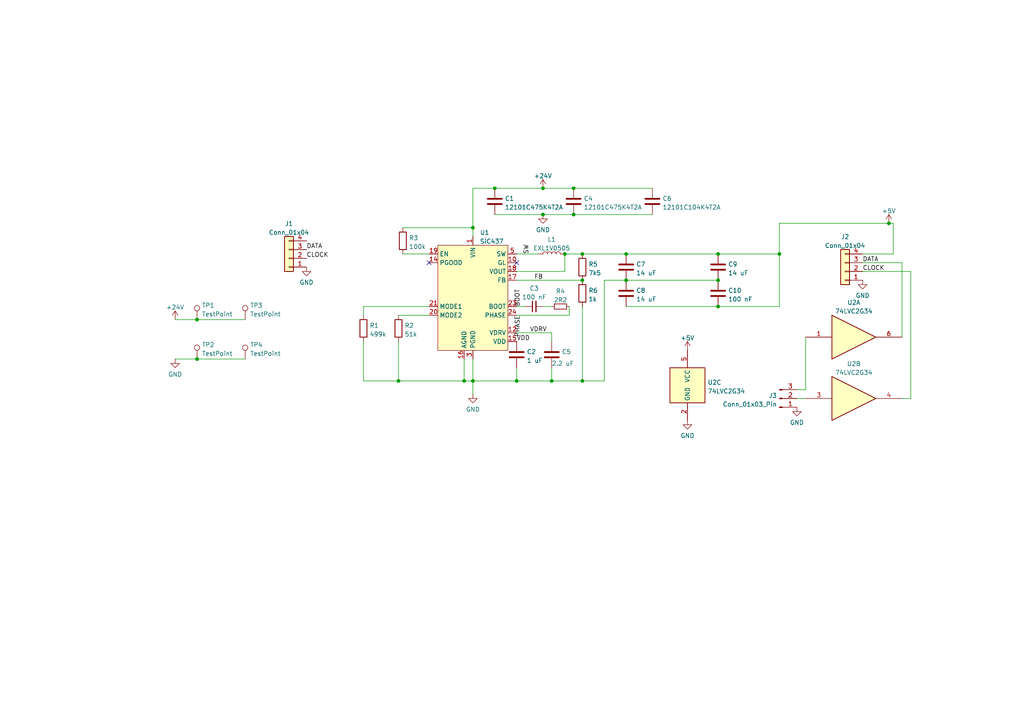
<source format=kicad_sch>
(kicad_sch (version 20211123) (generator eeschema)
  (paper "A4")
  (lib_symbols
    (symbol "74xGxx:74LVC2G34"
      (property "Reference" "U" (at 0 7.62 0))
      (property "Value" "74LVC2G34" (at 2.54 -7.62 0))
      (symbol "74LVC2G34_1_1"
        (polyline (pts (xy -7.62 6.35) (xy -7.62 -6.35) (xy 5.08 0) (xy -7.62 6.35)) (stroke (width 0.254)) (fill (type background)))
        (pin input line (at -15.24 0 0) (length 7.62) (name "~") (number "1"))
        (pin output line (at 12.7 0 180) (length 7.62) (name "~") (number "6"))
      )
      (symbol "74LVC2G34_2_1"
        (polyline (pts (xy -7.62 6.35) (xy -7.62 -6.35) (xy 5.08 0) (xy -7.62 6.35)) (stroke (width 0.254)) (fill (type background)))
        (pin input line (at -15.24 0 0) (length 7.62) (name "~") (number "3"))
        (pin output line (at 12.7 0 180) (length 7.62) (name "~") (number "4"))
      )
      (symbol "74LVC2G34_3_0"
        (rectangle (start -5.08 -5.08) (end 5.08 5.08) (stroke (width 0.254)) (fill (type background)))
      )
      (symbol "74LVC2G34_3_1"
        (pin power_in line (at 0 -10.16 90) (length 5.08) (name "GND") (number "2"))
        (pin power_in line (at 0 10.16 270) (length 5.08) (name "VCC") (number "5"))
      )
    )
    (symbol "Connector:Conn_01x03_Pin" (pin_names (offset 1.016) hide)
      (property "Reference" "J" (at 0 5.08 0))
      (property "Value" "Conn_01x03_Pin" (at 0 -5.08 0))
      (symbol "Conn_01x03_Pin_1_1"
        (polyline (pts (xy 1.27 -2.54) (xy 0.8636 -2.54)) (stroke (width 0.1524)))
        (polyline (pts (xy 1.27 0) (xy 0.8636 0)) (stroke (width 0.1524)))
        (polyline (pts (xy 1.27 2.54) (xy 0.8636 2.54)) (stroke (width 0.1524)))
        (rectangle (start 0.8636 -2.413) (end 0 -2.667) (stroke (width 0.1524)) (fill (type outline)))
        (rectangle (start 0.8636 0.127) (end 0 -0.127) (stroke (width 0.1524)) (fill (type outline)))
        (rectangle (start 0.8636 2.667) (end 0 2.413) (stroke (width 0.1524)) (fill (type outline)))
        (pin passive line (at 5.08 2.54 180) (length 3.81) (name "Pin_1") (number "1"))
        (pin passive line (at 5.08 0 180) (length 3.81) (name "Pin_2") (number "2"))
        (pin passive line (at 5.08 -2.54 180) (length 3.81) (name "Pin_3") (number "3"))
      )
    )
    (symbol "Connector:TestPoint" (pin_numbers hide) (pin_names (offset 0.762) hide)
      (property "Reference" "TP" (at 0 6.858 0))
      (property "Value" "TestPoint" (at 0 5.08 0))
      (symbol "TestPoint_0_1"
        (circle (center 0 3.302) (radius 0.762))
      )
      (symbol "TestPoint_1_1"
        (pin passive line (at 0 0 90) (length 2.54) (name "1") (number "1"))
      )
    )
    (symbol "Connector_Generic:Conn_01x04" (pin_names (offset 1.016) hide)
      (property "Reference" "J" (at 0 5.08 0))
      (property "Value" "Conn_01x04" (at 0 -7.62 0))
      (symbol "Conn_01x04_1_1"
        (rectangle (start -1.27 -4.953) (end 0 -5.207) (stroke (width 0.1524)))
        (rectangle (start -1.27 -2.413) (end 0 -2.667) (stroke (width 0.1524)))
        (rectangle (start -1.27 0.127) (end 0 -0.127) (stroke (width 0.1524)))
        (rectangle (start -1.27 2.667) (end 0 2.413) (stroke (width 0.1524)))
        (rectangle (start -1.27 3.81) (end 1.27 -6.35) (stroke (width 0.254)) (fill (type background)))
        (pin passive line (at -5.08 2.54 0) (length 3.81) (name "Pin_1") (number "1"))
        (pin passive line (at -5.08 0 0) (length 3.81) (name "Pin_2") (number "2"))
        (pin passive line (at -5.08 -2.54 0) (length 3.81) (name "Pin_3") (number "3"))
        (pin passive line (at -5.08 -5.08 0) (length 3.81) (name "Pin_4") (number "4"))
      )
    )
    (symbol "Device:C" (pin_numbers hide) (pin_names (offset 0.254))
      (property "Reference" "C" (at 0.635 2.54 0))
      (property "Value" "C" (at 0.635 -2.54 0))
      (symbol "C_0_1"
        (polyline (pts (xy -2.032 -0.762) (xy 2.032 -0.762)) (stroke (width 0.508)))
        (polyline (pts (xy -2.032 0.762) (xy 2.032 0.762)) (stroke (width 0.508)))
      )
      (symbol "C_1_1"
        (pin passive line (at 0 3.81 270) (length 2.794) (name "~") (number "1"))
        (pin passive line (at 0 -3.81 90) (length 2.794) (name "~") (number "2"))
      )
    )
    (symbol "Device:C_Small" (pin_numbers hide) (pin_names (offset 0.254) hide)
      (property "Reference" "C" (at 0.254 1.778 0))
      (property "Value" "C_Small" (at 0.254 -2.032 0))
      (symbol "C_Small_0_1"
        (polyline (pts (xy -1.524 -0.508) (xy 1.524 -0.508)) (stroke (width 0.3302)))
        (polyline (pts (xy -1.524 0.508) (xy 1.524 0.508)) (stroke (width 0.3048)))
      )
      (symbol "C_Small_1_1"
        (pin passive line (at 0 2.54 270) (length 2.032) (name "~") (number "1"))
        (pin passive line (at 0 -2.54 90) (length 2.032) (name "~") (number "2"))
      )
    )
    (symbol "Device:L" (pin_numbers hide) (pin_names (offset 1.016) hide)
      (property "Reference" "L" (at -1.27 0 90))
      (property "Value" "L" (at 1.905 0 90))
      (symbol "L_0_1"
        (arc (start 0 -2.54) (mid 0.635 -1.905) (end 0 -1.27))
        (arc (start 0 -1.27) (mid 0.635 -0.635) (end 0 0))
        (arc (start 0 0) (mid 0.635 0.635) (end 0 1.27))
        (arc (start 0 1.27) (mid 0.635 1.905) (end 0 2.54))
      )
      (symbol "L_1_1"
        (pin passive line (at 0 3.81 270) (length 1.27) (name "1") (number "1"))
        (pin passive line (at 0 -3.81 90) (length 1.27) (name "2") (number "2"))
      )
    )
    (symbol "Device:R" (pin_numbers hide) (pin_names (offset 0))
      (property "Reference" "R" (at 2.032 0 90))
      (property "Value" "R" (at 0 0 90))
      (symbol "R_0_1"
        (rectangle (start -1.016 -2.54) (end 1.016 2.54) (stroke (width 0.254)))
      )
      (symbol "R_1_1"
        (pin passive line (at 0 3.81 270) (length 1.27) (name "~") (number "1"))
        (pin passive line (at 0 -3.81 90) (length 1.27) (name "~") (number "2"))
      )
    )
    (symbol "Device:R_Small" (pin_numbers hide) (pin_names (offset 0.254) hide)
      (property "Reference" "R" (at 0.762 0.508 0))
      (property "Value" "R_Small" (at 0.762 -1.016 0))
      (symbol "R_Small_0_1"
        (rectangle (start -0.762 1.778) (end 0.762 -1.778) (stroke (width 0.2032)))
      )
      (symbol "R_Small_1_1"
        (pin passive line (at 0 2.54 270) (length 0.762) (name "~") (number "1"))
        (pin passive line (at 0 -2.54 90) (length 0.762) (name "~") (number "2"))
      )
    )
    (symbol "_mine:SiC437"
      (property "Reference" "U" (at 0 2.54 0))
      (property "Value" "SiC437" (at 0 0 0))
      (symbol "SiC437_0_1"
        (rectangle (start -10.16 15.24) (end 10.16 -15.24) (stroke (width 0.1524)) (fill (type background)))
      )
      (symbol "SiC437_1_1"
        (pin power_in line (at 0 17.78 270) (length 2.54) (name "VIN") (number "1"))
        (pin output line (at 12.7 10.16 180) (length 2.54) (name "GL") (number "10"))
        (pin output line (at 12.7 10.16 180) (length 2.54) hide (name "GL") (number "11"))
        (pin output line (at 12.7 -10.16 180) (length 2.54) (name "VDRV") (number "12"))
        (pin passive line (at 0 -17.78 90) (length 2.54) hide (name "PGND") (number "13"))
        (pin open_collector line (at -12.7 10.16 0) (length 2.54) (name "PGOOD") (number "14"))
        (pin output line (at 12.7 -12.7 180) (length 2.54) (name "VDD") (number "15"))
        (pin power_in line (at -2.54 -17.78 90) (length 2.54) (name "AGND") (number "16"))
        (pin input line (at 12.7 5.08 180) (length 2.54) (name "FB") (number "17"))
        (pin input line (at 12.7 7.62 180) (length 2.54) (name "VOUT") (number "18"))
        (pin input line (at -12.7 12.7 0) (length 2.54) (name "EN") (number "19"))
        (pin input line (at -12.7 -5.08 0) (length 2.54) (name "MODE2") (number "20"))
        (pin input line (at -12.7 -2.54 0) (length 2.54) (name "MODE1") (number "21"))
        (pin passive line (at 0 17.78 270) (length 2.54) hide (name "VIN") (number "22"))
        (pin output line (at 12.7 -2.54 180) (length 2.54) (name "BOOT") (number "23"))
        (pin input line (at 12.7 -5.08 180) (length 2.54) (name "PHASE") (number "24"))
        (pin passive line (at -2.54 -17.78 90) (length 2.54) hide (name "AGND") (number "25"))
        (pin output line (at 12.7 10.16 180) (length 2.54) hide (name "GL") (number "28"))
        (pin power_in line (at 0 -17.78 90) (length 2.54) (name "PGND") (number "3"))
        (pin output line (at 12.7 12.7 180) (length 2.54) (name "SW") (number "5"))
      )
    )
    (symbol "power:+24V" (power) (pin_names (offset 0))
      (property "Value" "+24V" (at 0 3.556 0))
      (symbol "+24V_0_1"
        (polyline (pts (xy -0.762 1.27) (xy 0 2.54)))
        (polyline (pts (xy 0 0) (xy 0 2.54)))
        (polyline (pts (xy 0 2.54) (xy 0.762 1.27)))
      )
      (symbol "+24V_1_1"
        (pin power_in line (at 0 0 90) (length 0) hide (name "+24V") (number "1"))
      )
    )
    (symbol "power:+5V" (power) (pin_names (offset 0))
      (property "Value" "+5V" (at 0 3.556 0))
      (symbol "+5V_0_1"
        (polyline (pts (xy -0.762 1.27) (xy 0 2.54)))
        (polyline (pts (xy 0 0) (xy 0 2.54)))
        (polyline (pts (xy 0 2.54) (xy 0.762 1.27)))
      )
      (symbol "+5V_1_1"
        (pin power_in line (at 0 0 90) (length 0) hide (name "+5V") (number "1"))
      )
    )
    (symbol "power:GND" (power) (pin_names (offset 0))
      (property "Value" "GND" (at 0 -3.81 0))
      (symbol "GND_0_1"
        (polyline (pts (xy 0 0) (xy 0 -1.27) (xy 1.27 -1.27) (xy 0 -2.54) (xy -1.27 -1.27) (xy 0 -1.27)))
      )
      (symbol "GND_1_1"
        (pin power_in line (at 0 0 270) (length 0) hide (name "GND") (number "1"))
      )
    )
  )
  (junction (at 168.91 73.66))
  (junction (at 143.51 54.61))
  (junction (at 226.06 73.66))
  (junction (at 208.28 81.28))
  (junction (at 208.28 88.9))
  (junction (at 157.48 54.61))
  (junction (at 57.15 92.71))
  (junction (at 163.83 73.66))
  (junction (at 166.37 54.61))
  (junction (at 168.91 110.49))
  (junction (at 137.16 110.49))
  (junction (at 208.28 73.66))
  (junction (at 181.61 81.28))
  (junction (at 137.16 66.04))
  (junction (at 149.86 110.49))
  (junction (at 57.15 104.14))
  (junction (at 157.48 62.23))
  (junction (at 166.37 62.23))
  (junction (at 115.57 110.49))
  (junction (at 134.62 110.49))
  (junction (at 181.61 73.66))
  (junction (at 168.91 81.28))
  (junction (at 160.02 110.49))
  (junction (at 257.81 64.77))
  (no_connect (at 149.86 76.2))
  (no_connect (at 124.46 76.2))
  (wire (pts (xy 250.19 78.74) (xy 264.16 78.74)))
  (wire (pts (xy 166.37 54.61) (xy 157.48 54.61)))
  (wire (pts (xy 105.41 88.9) (xy 105.41 91.44)))
  (wire (pts (xy 264.16 78.74) (xy 264.16 115.57)))
  (wire (pts (xy 137.16 66.04) (xy 116.84 66.04)))
  (wire (pts (xy 105.41 99.06) (xy 105.41 110.49)))
  (wire (pts (xy 160.02 110.49) (xy 168.91 110.49)))
  (wire (pts (xy 259.08 73.66) (xy 250.19 73.66)))
  (wire (pts (xy 168.91 88.9) (xy 168.91 110.49)))
  (wire (pts (xy 149.86 78.74) (xy 163.83 78.74)))
  (wire (pts (xy 257.81 64.77) (xy 259.08 64.77)))
  (wire (pts (xy 233.68 113.03) (xy 231.14 113.03)))
  (wire (pts (xy 226.06 73.66) (xy 226.06 64.77)))
  (wire (pts (xy 181.61 81.28) (xy 175.26 81.28)))
  (wire (pts (xy 181.61 73.66) (xy 208.28 73.66)))
  (wire (pts (xy 137.16 110.49) (xy 137.16 104.14)))
  (wire (pts (xy 175.26 81.28) (xy 175.26 110.49)))
  (wire (pts (xy 233.68 97.79) (xy 233.68 113.03)))
  (wire (pts (xy 137.16 54.61) (xy 143.51 54.61)))
  (wire (pts (xy 105.41 110.49) (xy 115.57 110.49)))
  (wire (pts (xy 149.86 91.44) (xy 165.1 91.44)))
  (wire (pts (xy 163.83 73.66) (xy 168.91 73.66)))
  (wire (pts (xy 134.62 110.49) (xy 137.16 110.49)))
  (wire (pts (xy 137.16 114.3) (xy 137.16 110.49)))
  (wire (pts (xy 181.61 88.9) (xy 208.28 88.9)))
  (wire (pts (xy 57.15 104.14) (xy 71.12 104.14)))
  (wire (pts (xy 143.51 54.61) (xy 157.48 54.61)))
  (wire (pts (xy 115.57 99.06) (xy 115.57 110.49)))
  (wire (pts (xy 160.02 110.49) (xy 160.02 106.68)))
  (wire (pts (xy 124.46 88.9) (xy 105.41 88.9)))
  (wire (pts (xy 175.26 110.49) (xy 168.91 110.49)))
  (wire (pts (xy 149.86 110.49) (xy 160.02 110.49)))
  (wire (pts (xy 160.02 96.52) (xy 160.02 99.06)))
  (wire (pts (xy 226.06 64.77) (xy 257.81 64.77)))
  (wire (pts (xy 181.61 81.28) (xy 208.28 81.28)))
  (wire (pts (xy 149.86 96.52) (xy 160.02 96.52)))
  (wire (pts (xy 259.08 64.77) (xy 259.08 73.66)))
  (wire (pts (xy 208.28 88.9) (xy 226.06 88.9)))
  (wire (pts (xy 149.86 73.66) (xy 156.21 73.66)))
  (wire (pts (xy 143.51 62.23) (xy 157.48 62.23)))
  (wire (pts (xy 137.16 110.49) (xy 149.86 110.49)))
  (wire (pts (xy 137.16 68.58) (xy 137.16 66.04)))
  (wire (pts (xy 165.1 91.44) (xy 165.1 88.9)))
  (wire (pts (xy 50.8 104.14) (xy 57.15 104.14)))
  (wire (pts (xy 208.28 73.66) (xy 226.06 73.66)))
  (wire (pts (xy 261.62 76.2) (xy 250.19 76.2)))
  (wire (pts (xy 166.37 62.23) (xy 189.23 62.23)))
  (wire (pts (xy 163.83 78.74) (xy 163.83 73.66)))
  (wire (pts (xy 166.37 54.61) (xy 189.23 54.61)))
  (wire (pts (xy 264.16 115.57) (xy 261.62 115.57)))
  (wire (pts (xy 261.62 97.79) (xy 261.62 76.2)))
  (wire (pts (xy 226.06 73.66) (xy 226.06 88.9)))
  (wire (pts (xy 115.57 91.44) (xy 124.46 91.44)))
  (wire (pts (xy 134.62 110.49) (xy 134.62 104.14)))
  (wire (pts (xy 149.86 110.49) (xy 149.86 106.68)))
  (wire (pts (xy 160.02 88.9) (xy 157.48 88.9)))
  (wire (pts (xy 57.15 92.71) (xy 71.12 92.71)))
  (wire (pts (xy 137.16 54.61) (xy 137.16 66.04)))
  (wire (pts (xy 149.86 88.9) (xy 152.4 88.9)))
  (wire (pts (xy 166.37 62.23) (xy 157.48 62.23)))
  (wire (pts (xy 149.86 81.28) (xy 168.91 81.28)))
  (wire (pts (xy 168.91 73.66) (xy 181.61 73.66)))
  (wire (pts (xy 116.84 73.66) (xy 124.46 73.66)))
  (wire (pts (xy 115.57 110.49) (xy 134.62 110.49)))
  (wire (pts (xy 50.8 92.71) (xy 57.15 92.71)))
  (wire (pts (xy 231.14 115.57) (xy 233.68 115.57)))
  (label "DATA" (at 250.19 76.2 0))
  (label "FB" (at 154.94 81.28 0))
  (label "CLOCK" (at 88.9 74.93 0))
  (label "PHASE" (at 151.13 91.44 270))
  (label "DATA" (at 88.9 72.39 0))
  (label "CLOCK" (at 250.19 78.74 0))
  (label "SW" (at 153.67 73.66 90))
  (label "VDD" (at 149.86 99.06 0))
  (label "BOOT" (at 151.13 88.9 90))
  (label "VDRV" (at 153.67 96.52 0))
  (symbol (lib_id "74xGxx:74LVC2G34") (at 199.39 111.76 0) (unit 3)
    (property "Reference" "U2" (at 205.232 110.9253 0) (effects (justify left)))
    (property "Value" "74LVC2G34" (at 205.232 113.4622 0) (effects (justify left)))
    (property "Footprint" "Package_TO_SOT_SMD:SOT-23-6" (effects hide))
    (property "Datasheet" "http://www.ti.com/lit/sg/scyt129e/scyt129e.pdf" (effects hide))
  )
  (symbol (lib_id "power:+24V") (at 50.8 92.71 0) (unit 1)
    (property "Reference" "#PWR0104" (effects hide))
    (property "Value" "+24V" (at 50.8 89.1342 0))
  )
  (symbol (lib_id "Device:C") (at 160.02 102.87 0) (unit 1)
    (property "Reference" "C5" (at 162.941 102.0353 0) (effects (justify left)))
    (property "Value" "2.2 uF" (at 160.02 105.41 0) (effects (justify left)))
    (property "Footprint" "Capacitor_SMD:C_0603_1608Metric" (effects hide))
  )
  (symbol (lib_id "Device:C") (at 143.51 58.42 0) (unit 1)
    (property "Reference" "C1" (at 146.431 57.5853 0) (effects (justify left)))
    (property "Value" "12101C475K4T2A" (at 146.431 60.1222 0) (effects (justify left)))
    (property "Footprint" "Capacitor_SMD:C_1210_3225Metric" (effects hide))
  )
  (symbol (lib_id "74xGxx:74LVC2G34") (at 248.92 97.79 0) (unit 1)
    (property "Reference" "U2" (at 247.65 87.7402 0))
    (property "Value" "74LVC2G34" (at 247.65 90.2771 0))
    (property "Footprint" "Package_TO_SOT_SMD:SOT-23-6" (effects hide))
    (property "Datasheet" "http://www.ti.com/lit/sg/scyt129e/scyt129e.pdf" (effects hide))
  )
  (symbol (lib_id "power:GND") (at 88.9 77.47 0) (unit 1)
    (property "Reference" "#PWR0107" (effects hide))
    (property "Value" "GND" (at 88.9 81.9134 0))
  )
  (symbol (lib_id "power:GND") (at 199.39 121.92 0) (unit 1)
    (property "Reference" "#PWR0109" (effects hide))
    (property "Value" "GND" (at 199.39 126.3634 0))
  )
  (symbol (lib_id "power:+24V") (at 157.48 54.61 0) (unit 1)
    (property "Reference" "#PWR0102" (effects hide))
    (property "Value" "+24V" (at 157.48 51.0342 0))
  )
  (symbol (lib_id "Device:C") (at 208.28 85.09 0) (unit 1)
    (property "Reference" "C10" (at 211.201 84.2553 0) (effects (justify left)))
    (property "Value" "100 nF" (at 211.201 86.7922 0) (effects (justify left)))
    (property "Footprint" "Capacitor_SMD:C_0402_1005Metric" (effects hide))
  )
  (symbol (lib_id "power:GND") (at 50.8 104.14 0) (unit 1)
    (property "Reference" "#PWR0105" (effects hide))
    (property "Value" "GND" (at 50.8 108.5834 0))
    (property "Footprint" "apo:Vishay_PowerPAK_MLP44-24L" (effects hide))
  )
  (symbol (lib_id "Device:R") (at 105.41 95.25 0) (unit 1)
    (property "Reference" "R1" (at 107.188 94.4153 0) (effects (justify left)))
    (property "Value" "499k" (at 107.188 96.9522 0) (effects (justify left)))
    (property "Footprint" "Resistor_SMD:R_0402_1005Metric" (effects hide))
  )
  (symbol (lib_id "Connector:TestPoint") (at 71.12 104.14 0) (unit 1)
    (property "Reference" "TP4" (at 72.517 100.0033 0) (effects (justify left)))
    (property "Value" "TestPoint" (at 72.517 102.5402 0) (effects (justify left)))
    (property "Footprint" "TestPoint:TestPoint_Pad_2.0x2.0mm" (effects hide))
  )
  (symbol (lib_id "power:+5V") (at 199.39 101.6 0) (unit 1)
    (property "Reference" "#PWR0110" (effects hide))
    (property "Value" "+5V" (at 199.39 98.0242 0))
  )
  (symbol (lib_id "Device:R") (at 115.57 95.25 0) (unit 1)
    (property "Reference" "R2" (at 117.348 94.4153 0) (effects (justify left)))
    (property "Value" "51k" (at 117.348 96.9522 0) (effects (justify left)))
    (property "Footprint" "Resistor_SMD:R_0402_1005Metric" (effects hide))
  )
  (symbol (lib_id "Device:C") (at 181.61 85.09 0) (unit 1)
    (property "Reference" "C8" (at 184.531 84.2553 0) (effects (justify left)))
    (property "Value" "14 uF" (at 184.531 86.7922 0) (effects (justify left)))
    (property "Footprint" "Capacitor_SMD:C_1210_3225Metric" (effects hide))
  )
  (symbol (lib_id "Device:R_Small") (at 162.56 88.9 270) (unit 1)
    (property "Reference" "R4" (at 162.56 84.4636 90))
    (property "Value" "2R2" (at 162.56 87.0005 90))
    (property "Footprint" "Resistor_SMD:R_0402_1005Metric" (effects hide))
  )
  (symbol (lib_id "Connector:TestPoint") (at 57.15 104.14 0) (unit 1)
    (property "Reference" "TP2" (at 58.547 100.0033 0) (effects (justify left)))
    (property "Value" "TestPoint" (at 58.547 102.5402 0) (effects (justify left)))
    (property "Footprint" "TestPoint:TestPoint_Pad_2.0x2.0mm" (effects hide))
  )
  (symbol (lib_id "_mine:SiC437") (at 137.16 86.36 0) (unit 1)
    (property "Reference" "U1" (at 139.1794 67.471 0) (effects (justify left)))
    (property "Value" "SiC437" (at 139.1794 70.0079 0) (effects (justify left)))
    (property "Footprint" "apo:Vishay_PowerPAK_MLP44-24L" (effects hide))
  )
  (symbol (lib_id "power:GND") (at 157.48 62.23 0) (unit 1)
    (property "Reference" "#PWR0101" (effects hide))
    (property "Value" "GND" (at 157.48 66.6734 0))
  )
  (symbol (lib_id "Device:R") (at 116.84 69.85 0) (unit 1)
    (property "Reference" "R3" (at 118.618 69.0153 0) (effects (justify left)))
    (property "Value" "100k" (at 118.618 71.5522 0) (effects (justify left)))
    (property "Footprint" "Resistor_SMD:R_0402_1005Metric" (effects hide))
  )
  (symbol (lib_id "Device:C") (at 181.61 77.47 0) (unit 1)
    (property "Reference" "C7" (at 184.531 76.6353 0) (effects (justify left)))
    (property "Value" "14 uF" (at 184.531 79.1722 0) (effects (justify left)))
    (property "Footprint" "Capacitor_SMD:C_1210_3225Metric" (effects hide))
  )
  (symbol (lib_id "power:GND") (at 137.16 114.3 0) (unit 1)
    (property "Reference" "#PWR0103" (effects hide))
    (property "Value" "GND" (at 137.16 118.7434 0))
  )
  (symbol (lib_id "Connector:TestPoint") (at 57.15 92.71 0) (unit 1)
    (property "Reference" "TP1" (at 58.547 88.5733 0) (effects (justify left)))
    (property "Value" "TestPoint" (at 58.547 91.1102 0) (effects (justify left)))
    (property "Footprint" "TestPoint:TestPoint_Pad_2.0x2.0mm" (effects hide))
  )
  (symbol (lib_id "Device:R") (at 168.91 77.47 0) (unit 1)
    (property "Reference" "R5" (at 170.688 76.6353 0) (effects (justify left)))
    (property "Value" "7k5" (at 170.688 79.1722 0) (effects (justify left)))
    (property "Footprint" "Resistor_SMD:R_0402_1005Metric" (effects hide))
  )
  (symbol (lib_id "Device:C") (at 208.28 77.47 0) (unit 1)
    (property "Reference" "C9" (at 211.201 76.6353 0) (effects (justify left)))
    (property "Value" "14 uF" (at 211.201 79.1722 0) (effects (justify left)))
    (property "Footprint" "Capacitor_SMD:C_1210_3225Metric" (effects hide))
  )
  (symbol (lib_id "Connector_Generic:Conn_01x04") (at 83.82 74.93 180) (unit 1)
    (property "Reference" "J1" (at 83.82 64.8802 0))
    (property "Value" "Conn_01x04" (at 83.82 67.4171 0))
    (property "Footprint" "apo:APA102_CONN" (effects hide))
  )
  (symbol (lib_id "Device:L") (at 160.02 73.66 90) (unit 1)
    (property "Reference" "L1" (at 160.02 69.4522 90))
    (property "Value" "EXL1V0505" (at 160.02 71.9891 90))
    (property "Footprint" "apo:EXL1V0505" (effects hide))
  )
  (symbol (lib_id "Device:C") (at 149.86 102.87 0) (unit 1)
    (property "Reference" "C2" (at 152.781 102.0353 0) (effects (justify left)))
    (property "Value" "1 uF" (at 152.781 104.5722 0) (effects (justify left)))
    (property "Footprint" "Capacitor_SMD:C_0402_1005Metric" (effects hide))
  )
  (symbol (lib_id "Device:C") (at 166.37 58.42 0) (unit 1)
    (property "Reference" "C4" (at 169.291 57.5853 0) (effects (justify left)))
    (property "Value" "12101C475K4T2A" (at 169.291 60.1222 0) (effects (justify left)))
    (property "Footprint" "Capacitor_SMD:C_1210_3225Metric" (effects hide))
  )
  (symbol (lib_id "power:GND") (at 250.19 81.28 0) (unit 1)
    (property "Reference" "#PWR0106" (effects hide))
    (property "Value" "GND" (at 250.19 85.7234 0))
  )
  (symbol (lib_id "Connector_Generic:Conn_01x04") (at 245.11 78.74 180) (unit 1)
    (property "Reference" "J2" (at 245.11 68.6902 0))
    (property "Value" "Conn_01x04" (at 245.11 71.2271 0))
    (property "Footprint" "apo:APA102_CONN" (effects hide))
  )
  (symbol (lib_id "74xGxx:74LVC2G34") (at 248.92 115.57 0) (unit 2)
    (property "Reference" "U2" (at 247.65 105.5202 0))
    (property "Value" "74LVC2G34" (at 247.65 108.0571 0))
    (property "Footprint" "Package_TO_SOT_SMD:SOT-23-6" (effects hide))
    (property "Datasheet" "http://www.ti.com/lit/sg/scyt129e/scyt129e.pdf" (effects hide))
  )
  (symbol (lib_id "Connector:TestPoint") (at 71.12 92.71 0) (unit 1)
    (property "Reference" "TP3" (at 72.517 88.5733 0) (effects (justify left)))
    (property "Value" "TestPoint" (at 72.517 91.1102 0) (effects (justify left)))
    (property "Footprint" "TestPoint:TestPoint_Pad_2.0x2.0mm" (effects hide))
  )
  (symbol (lib_id "power:+5V") (at 257.81 64.77 0) (unit 1)
    (property "Reference" "#PWR0108" (effects hide))
    (property "Value" "+5V" (at 257.81 61.1942 0))
  )
  (symbol (lib_id "Connector:Conn_01x03_Pin") (at 226.06 115.57 0) (mirror x) (unit 1)
    (property "Reference" "J3" (at 225.3488 114.7353 0) (effects (justify right)))
    (property "Value" "Conn_01x03_Pin" (at 225.3488 117.2722 0) (effects (justify right)))
    (property "Footprint" "Connector_PinHeader_1.27mm:PinHeader_1x03_P1.27mm_Vertical" (effects hide))
  )
  (symbol (lib_id "power:GND") (at 231.14 118.11 0) (unit 1)
    (property "Reference" "#PWR0111" (effects hide))
    (property "Value" "GND" (at 231.14 122.5534 0))
  )
  (symbol (lib_id "Device:C") (at 189.23 58.42 0) (unit 1)
    (property "Reference" "C6" (at 192.151 57.5853 0) (effects (justify left)))
    (property "Value" "12101C104K4T2A" (at 192.151 60.1222 0) (effects (justify left)))
    (property "Footprint" "Capacitor_SMD:C_0402_1005Metric" (effects hide))
  )
  (symbol (lib_id "Device:R") (at 168.91 85.09 0) (unit 1)
    (property "Reference" "R6" (at 170.688 84.2553 0) (effects (justify left)))
    (property "Value" "1k" (at 170.688 86.7922 0) (effects (justify left)))
    (property "Footprint" "Resistor_SMD:R_0402_1005Metric" (effects hide))
  )
  (symbol (lib_id "Device:C_Small") (at 154.94 88.9 90) (unit 1)
    (property "Reference" "C3" (at 154.9463 83.6381 90))
    (property "Value" "100 nF" (at 154.9463 86.175 90))
    (property "Footprint" "Capacitor_SMD:C_0402_1005Metric" (effects hide))
  )
)
</source>
